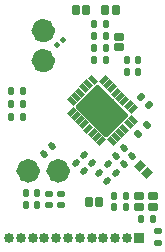
<source format=gbr>
%TF.GenerationSoftware,KiCad,Pcbnew,(6.0.5)*%
%TF.CreationDate,2023-11-22T15:12:11+07:00*%
%TF.ProjectId,lidar,6c696461-722e-46b6-9963-61645f706362,rev?*%
%TF.SameCoordinates,Original*%
%TF.FileFunction,Soldermask,Top*%
%TF.FilePolarity,Negative*%
%FSLAX46Y46*%
G04 Gerber Fmt 4.6, Leading zero omitted, Abs format (unit mm)*
G04 Created by KiCad (PCBNEW (6.0.5)) date 2023-11-22 15:12:11*
%MOMM*%
%LPD*%
G01*
G04 APERTURE LIST*
G04 Aperture macros list*
%AMRoundRect*
0 Rectangle with rounded corners*
0 $1 Rounding radius*
0 $2 $3 $4 $5 $6 $7 $8 $9 X,Y pos of 4 corners*
0 Add a 4 corners polygon primitive as box body*
4,1,4,$2,$3,$4,$5,$6,$7,$8,$9,$2,$3,0*
0 Add four circle primitives for the rounded corners*
1,1,$1+$1,$2,$3*
1,1,$1+$1,$4,$5*
1,1,$1+$1,$6,$7*
1,1,$1+$1,$8,$9*
0 Add four rect primitives between the rounded corners*
20,1,$1+$1,$2,$3,$4,$5,0*
20,1,$1+$1,$4,$5,$6,$7,0*
20,1,$1+$1,$6,$7,$8,$9,0*
20,1,$1+$1,$8,$9,$2,$3,0*%
G04 Aperture macros list end*
%ADD10C,1.000000*%
%ADD11RoundRect,0.140000X0.140000X0.170000X-0.140000X0.170000X-0.140000X-0.170000X0.140000X-0.170000X0*%
%ADD12RoundRect,0.140000X0.219203X0.021213X0.021213X0.219203X-0.219203X-0.021213X-0.021213X-0.219203X0*%
%ADD13RoundRect,0.140000X-0.140000X-0.170000X0.140000X-0.170000X0.140000X0.170000X-0.140000X0.170000X0*%
%ADD14RoundRect,0.140000X-0.170000X0.140000X-0.170000X-0.140000X0.170000X-0.140000X0.170000X0.140000X0*%
%ADD15RoundRect,0.140000X-0.219203X-0.021213X-0.021213X-0.219203X0.219203X0.021213X0.021213X0.219203X0*%
%ADD16RoundRect,0.135000X0.226274X0.035355X0.035355X0.226274X-0.226274X-0.035355X-0.035355X-0.226274X0*%
%ADD17RoundRect,0.140000X0.021213X-0.219203X0.219203X-0.021213X-0.021213X0.219203X-0.219203X0.021213X0*%
%ADD18RoundRect,0.100000X0.021213X0.162635X-0.162635X-0.021213X-0.021213X-0.162635X0.162635X0.021213X0*%
%ADD19RoundRect,0.135000X0.035355X-0.226274X0.226274X-0.035355X-0.035355X0.226274X-0.226274X0.035355X0*%
%ADD20RoundRect,0.102000X-0.300000X0.245000X-0.300000X-0.245000X0.300000X-0.245000X0.300000X0.245000X0*%
%ADD21RoundRect,0.102000X0.385373X0.038891X0.038891X0.385373X-0.385373X-0.038891X-0.038891X-0.385373X0*%
%ADD22RoundRect,0.135000X-0.135000X-0.185000X0.135000X-0.185000X0.135000X0.185000X-0.135000X0.185000X0*%
%ADD23RoundRect,0.102000X0.245000X0.300000X-0.245000X0.300000X-0.245000X-0.300000X0.245000X-0.300000X0*%
%ADD24RoundRect,0.140000X-0.021213X0.219203X-0.219203X0.021213X0.021213X-0.219203X0.219203X-0.021213X0*%
%ADD25RoundRect,0.104400X-0.127279X-0.293591X0.293591X0.127279X0.127279X0.293591X-0.293591X-0.127279X0*%
%ADD26RoundRect,0.104400X0.127279X-0.293591X0.293591X-0.127279X-0.127279X0.293591X-0.293591X0.127279X0*%
%ADD27RoundRect,0.102000X0.353553X-2.156676X2.156676X-0.353553X-0.353553X2.156676X-2.156676X0.353553X0*%
%ADD28C,0.604000*%
%ADD29RoundRect,0.140000X0.170000X-0.140000X0.170000X0.140000X-0.170000X0.140000X-0.170000X-0.140000X0*%
%ADD30RoundRect,0.102000X-0.245000X-0.300000X0.245000X-0.300000X0.245000X0.300000X-0.245000X0.300000X0*%
%ADD31R,0.850000X0.850000*%
%ADD32O,0.850000X0.850000*%
G04 APERTURE END LIST*
D10*
%TO.C,D2*%
X133500000Y-78770000D02*
G75*
G03*
X133500000Y-78770000I-500000J0D01*
G01*
X133500000Y-76230000D02*
G75*
G03*
X133500000Y-76230000I-500000J0D01*
G01*
%TO.C,D1*%
X132230000Y-88100000D02*
G75*
G03*
X132230000Y-88100000I-500000J0D01*
G01*
X134770000Y-88100000D02*
G75*
G03*
X134770000Y-88100000I-500000J0D01*
G01*
%TD*%
D11*
%TO.C,C21*%
X138280000Y-76700000D03*
X137320000Y-76700000D03*
%TD*%
D12*
%TO.C,C27*%
X136432311Y-88146511D03*
X135753489Y-87467689D03*
%TD*%
D11*
%TO.C,C19*%
X132480000Y-91000000D03*
X131520000Y-91000000D03*
%TD*%
D13*
%TO.C,C14*%
X140100000Y-78700000D03*
X141060000Y-78700000D03*
%TD*%
D14*
%TO.C,C25*%
X133500000Y-90020000D03*
X133500000Y-90980000D03*
%TD*%
D15*
%TO.C,C7*%
X138460589Y-87560589D03*
X139139411Y-88239411D03*
%TD*%
D11*
%TO.C,C23*%
X139980000Y-91200000D03*
X139020000Y-91200000D03*
%TD*%
D15*
%TO.C,C28*%
X136460589Y-86760589D03*
X137139411Y-87439411D03*
%TD*%
D16*
%TO.C,R12*%
X141960624Y-82560624D03*
X141239376Y-81839376D03*
%TD*%
D17*
%TO.C,C30*%
X139860589Y-87539411D03*
X140539411Y-86860589D03*
%TD*%
D18*
%TO.C,C17*%
X134660589Y-77008040D03*
X134208041Y-77460588D03*
%TD*%
D19*
%TO.C,R11*%
X141039376Y-84960624D03*
X141760624Y-84239376D03*
%TD*%
D12*
%TO.C,C8*%
X138396911Y-88953611D03*
X137718089Y-88274789D03*
%TD*%
D13*
%TO.C,C18*%
X131520000Y-90000000D03*
X132480000Y-90000000D03*
%TD*%
D11*
%TO.C,C15*%
X138300000Y-78700000D03*
X137340000Y-78700000D03*
%TD*%
D20*
%TO.C,FB7*%
X142300000Y-90245000D03*
X142300000Y-91155000D03*
%TD*%
D21*
%TO.C,FB5*%
X141821734Y-88321734D03*
X141178266Y-87678266D03*
%TD*%
D22*
%TO.C,R17*%
X130265000Y-83500000D03*
X131285000Y-83500000D03*
%TD*%
D23*
%TO.C,FB4*%
X137755000Y-90700000D03*
X136845000Y-90700000D03*
%TD*%
D24*
%TO.C,C20*%
X133739411Y-85960589D03*
X133060589Y-86639411D03*
%TD*%
D25*
%TO.C,U1*%
X135419060Y-83106066D03*
X135772614Y-83459619D03*
X136126167Y-83813173D03*
X136479720Y-84166726D03*
X136833274Y-84520280D03*
X137186827Y-84873833D03*
X137540381Y-85227386D03*
X137893934Y-85580940D03*
D26*
X138813173Y-85580940D03*
X139166726Y-85227386D03*
X139520280Y-84873833D03*
X139873833Y-84520280D03*
X140227386Y-84166726D03*
X140580940Y-83813173D03*
D25*
X140580940Y-82893934D03*
X140227386Y-82540381D03*
X139873833Y-82186827D03*
X139520280Y-81833274D03*
X139166726Y-81479720D03*
X138813173Y-81126167D03*
X138459619Y-80772614D03*
X138106066Y-80419060D03*
D26*
X137186827Y-80419060D03*
X136833274Y-80772614D03*
X136479720Y-81126167D03*
X136126167Y-81479720D03*
X135772614Y-81833274D03*
X135419060Y-82186827D03*
D27*
X138000000Y-83000000D03*
D28*
X137275216Y-83724784D03*
X138000000Y-83000000D03*
X138724784Y-82275216D03*
X136921662Y-81921662D03*
X139078338Y-84078338D03*
%TD*%
D29*
%TO.C,C26*%
X134500000Y-90980000D03*
X134500000Y-90020000D03*
%TD*%
D13*
%TO.C,C13*%
X137320000Y-77700000D03*
X138280000Y-77700000D03*
%TD*%
D20*
%TO.C,FB2*%
X141100000Y-90245000D03*
X141100000Y-91155000D03*
%TD*%
D23*
%TO.C,FB3*%
X136655000Y-74500000D03*
X135745000Y-74500000D03*
%TD*%
D30*
%TO.C,FB6*%
X138245000Y-74500000D03*
X139155000Y-74500000D03*
%TD*%
D20*
%TO.C,FB1*%
X139400000Y-76745000D03*
X139400000Y-77655000D03*
%TD*%
D14*
%TO.C,C37*%
X142700000Y-93220000D03*
X142700000Y-94180000D03*
%TD*%
D22*
%TO.C,R15*%
X130290000Y-81300000D03*
X131310000Y-81300000D03*
%TD*%
D13*
%TO.C,C22*%
X137320000Y-75700000D03*
X138280000Y-75700000D03*
%TD*%
D24*
%TO.C,C29*%
X139839411Y-86160589D03*
X139160589Y-86839411D03*
%TD*%
D22*
%TO.C,R16*%
X130265000Y-82400000D03*
X131285000Y-82400000D03*
%TD*%
D31*
%TO.C,J1*%
X141100000Y-93800000D03*
D32*
X140100000Y-93800000D03*
X139100000Y-93800000D03*
X138100000Y-93800000D03*
X137100000Y-93800000D03*
X136100000Y-93800000D03*
X135100000Y-93800000D03*
X134100000Y-93800000D03*
X133100000Y-93800000D03*
X132100000Y-93800000D03*
X131100000Y-93800000D03*
X130100000Y-93800000D03*
%TD*%
D13*
%TO.C,C24*%
X139020000Y-90200000D03*
X139980000Y-90200000D03*
%TD*%
D11*
%TO.C,C16*%
X141060000Y-79700000D03*
X140100000Y-79700000D03*
%TD*%
D13*
%TO.C,C38*%
X141320000Y-92200000D03*
X142280000Y-92200000D03*
%TD*%
M02*

</source>
